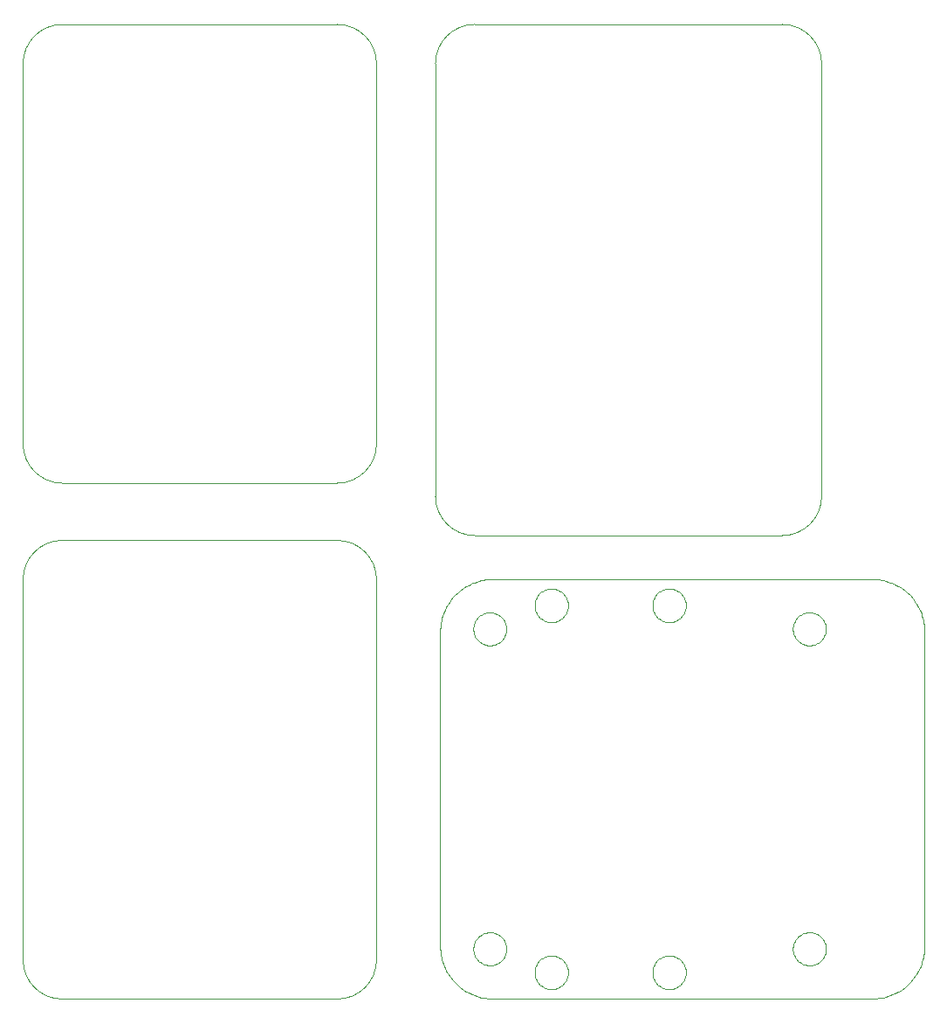
<source format=gbr>
G04 This is an RS-274x file exported by *
G04 gerbv version 2.6.1 *
G04 More information is available about gerbv at *
G04 http://gerbv.geda-project.org/ *
G04 --End of header info--*
%MOIN*%
%FSLAX34Y34*%
%IPPOS*%
G04 --Define apertures--*
%ADD10C,0.0059*%
%ADD11C,0.0039*%
%ADD12C,0.0000*%
G04 --Start main section--*
G54D11*
G01X0000000Y-016000D02*
G01X0000000Y-001500D01*
G01X0012000Y-017500D02*
G01X0001500Y-017500D01*
G01X0013500Y-001500D02*
G01X0013500Y-016000D01*
G01X0001500Y0000000D02*
G01X0012000Y0000000D01*
G01X0013500Y-001500D02*
G75*
G03X0012000Y0000000I-001500J0000000D01*
G01X0001500Y0000000D02*
G75*
G03X0000000Y-001500I0000000J-001500D01*
G01X0000000Y-016000D02*
G75*
G03X0001500Y-017500I0001500J0000000D01*
G01X0012000Y-017500D02*
G75*
G03X0013500Y-016000I0000000J0001500D01*
G01X0000000Y-035685D02*
G01X0000000Y-021185D01*
G01X0012000Y-037185D02*
G01X0001500Y-037185D01*
G01X0013500Y-021185D02*
G01X0013500Y-035685D01*
G01X0001500Y-019685D02*
G01X0012000Y-019685D01*
G01X0013500Y-021185D02*
G75*
G03X0012000Y-019685I-001500J0000000D01*
G01X0001500Y-019685D02*
G75*
G03X0000000Y-021185I0000000J-001500D01*
G01X0000000Y-035685D02*
G75*
G03X0001500Y-037185I0001500J0000000D01*
G01X0012000Y-037185D02*
G75*
G03X0013500Y-035685I0000000J0001500D01*
G01X0015748Y-001500D02*
G01X0015748Y-018000D01*
G01X0028998Y0000000D02*
G01X0017248Y0000000D01*
G01X0030498Y-018000D02*
G01X0030498Y-001500D01*
G01X0017248Y-019500D02*
G01X0028998Y-019500D01*
G01X0015748Y-018000D02*
G75*
G03X0017248Y-019500I0001500J0000000D01*
G01X0028998Y-019500D02*
G75*
G03X0030498Y-018000I0000000J0001500D01*
G01X0030498Y-001500D02*
G75*
G03X0028998Y0000000I-001500J0000000D01*
G01X0017248Y0000000D02*
G75*
G03X0015748Y-001500I0000000J-001500D01*
G01X0015748Y-039370D02*
G54D12*
G01X0017928Y-037166D02*
G01X0032428Y-037166D01*
G01X0032428Y-037166D02*
G01X0032515Y-037164D01*
G01X0032515Y-037164D02*
G01X0032602Y-037158D01*
G01X0032602Y-037158D02*
G01X0032689Y-037149D01*
G01X0032689Y-037149D02*
G01X0032775Y-037136D01*
G01X0032775Y-037136D02*
G01X0032861Y-037119D01*
G01X0032861Y-037119D02*
G01X0032946Y-037098D01*
G01X0032946Y-037098D02*
G01X0033029Y-037073D01*
G01X0033029Y-037073D02*
G01X0033112Y-037045D01*
G01X0033112Y-037045D02*
G01X0033193Y-037014D01*
G01X0033193Y-037014D02*
G01X0033273Y-036979D01*
G01X0033273Y-036979D02*
G01X0033351Y-036940D01*
G01X0033351Y-036940D02*
G01X0033428Y-036898D01*
G01X0033428Y-036898D02*
G01X0033503Y-036853D01*
G01X0033503Y-036853D02*
G01X0033575Y-036804D01*
G01X0033575Y-036804D02*
G01X0033646Y-036753D01*
G01X0033646Y-036753D02*
G01X0033714Y-036698D01*
G01X0033714Y-036698D02*
G01X0033779Y-036641D01*
G01X0033779Y-036641D02*
G01X0033842Y-036580D01*
G01X0033842Y-036580D02*
G01X0033903Y-036517D01*
G01X0033903Y-036517D02*
G01X0033960Y-036452D01*
G01X0033960Y-036452D02*
G01X0034015Y-036384D01*
G01X0034015Y-036384D02*
G01X0034066Y-036313D01*
G01X0034066Y-036313D02*
G01X0034115Y-036241D01*
G01X0034115Y-036241D02*
G01X0034160Y-036166D01*
G01X0034160Y-036166D02*
G01X0034202Y-036089D01*
G01X0034202Y-036089D02*
G01X0034241Y-036011D01*
G01X0034241Y-036011D02*
G01X0034276Y-035931D01*
G01X0034276Y-035931D02*
G01X0034307Y-035850D01*
G01X0034307Y-035850D02*
G01X0034335Y-035767D01*
G01X0034335Y-035767D02*
G01X0034360Y-035684D01*
G01X0034360Y-035684D02*
G01X0034381Y-035599D01*
G01X0034381Y-035599D02*
G01X0034398Y-035513D01*
G01X0034398Y-035513D02*
G01X0034411Y-035427D01*
G01X0034411Y-035427D02*
G01X0034420Y-035340D01*
G01X0034420Y-035340D02*
G01X0034426Y-035253D01*
G01X0034426Y-035253D02*
G01X0034428Y-035166D01*
G01X0034428Y-035166D02*
G01X0034428Y-023166D01*
G01X0034428Y-023166D02*
G01X0034426Y-023079D01*
G01X0034426Y-023079D02*
G01X0034420Y-022992D01*
G01X0034420Y-022992D02*
G01X0034411Y-022905D01*
G01X0034411Y-022905D02*
G01X0034398Y-022819D01*
G01X0034398Y-022819D02*
G01X0034381Y-022733D01*
G01X0034381Y-022733D02*
G01X0034360Y-022648D01*
G01X0034360Y-022648D02*
G01X0034335Y-022565D01*
G01X0034335Y-022565D02*
G01X0034307Y-022482D01*
G01X0034307Y-022482D02*
G01X0034276Y-022401D01*
G01X0034276Y-022401D02*
G01X0034241Y-022321D01*
G01X0034241Y-022321D02*
G01X0034202Y-022243D01*
G01X0034202Y-022243D02*
G01X0034160Y-022166D01*
G01X0034160Y-022166D02*
G01X0034115Y-022091D01*
G01X0034115Y-022091D02*
G01X0034066Y-022019D01*
G01X0034066Y-022019D02*
G01X0034015Y-021948D01*
G01X0034015Y-021948D02*
G01X0033960Y-021880D01*
G01X0033960Y-021880D02*
G01X0033903Y-021815D01*
G01X0033903Y-021815D02*
G01X0033842Y-021752D01*
G01X0033842Y-021752D02*
G01X0033779Y-021691D01*
G01X0033779Y-021691D02*
G01X0033714Y-021634D01*
G01X0033714Y-021634D02*
G01X0033646Y-021579D01*
G01X0033646Y-021579D02*
G01X0033575Y-021528D01*
G01X0033575Y-021528D02*
G01X0033503Y-021479D01*
G01X0033503Y-021479D02*
G01X0033428Y-021434D01*
G01X0033428Y-021434D02*
G01X0033351Y-021392D01*
G01X0033351Y-021392D02*
G01X0033273Y-021353D01*
G01X0033273Y-021353D02*
G01X0033193Y-021318D01*
G01X0033193Y-021318D02*
G01X0033112Y-021287D01*
G01X0033112Y-021287D02*
G01X0033029Y-021259D01*
G01X0033029Y-021259D02*
G01X0032946Y-021234D01*
G01X0032946Y-021234D02*
G01X0032861Y-021213D01*
G01X0032861Y-021213D02*
G01X0032775Y-021196D01*
G01X0032775Y-021196D02*
G01X0032689Y-021183D01*
G01X0032689Y-021183D02*
G01X0032602Y-021174D01*
G01X0032602Y-021174D02*
G01X0032515Y-021168D01*
G01X0032515Y-021168D02*
G01X0032428Y-021166D01*
G01X0032428Y-021166D02*
G01X0017928Y-021166D01*
G01X0017196Y-023064D02*
G01X0017198Y-023014D01*
G01X0017198Y-023014D02*
G01X0017204Y-022964D01*
G01X0017204Y-022964D02*
G01X0017214Y-022915D01*
G01X0017214Y-022915D02*
G01X0017228Y-022867D01*
G01X0017228Y-022867D02*
G01X0017245Y-022820D01*
G01X0017245Y-022820D02*
G01X0017266Y-022775D01*
G01X0017266Y-022775D02*
G01X0017291Y-022731D01*
G01X0017291Y-022731D02*
G01X0017319Y-022690D01*
G01X0017319Y-022690D02*
G01X0017351Y-022651D01*
G01X0017351Y-022651D02*
G01X0017385Y-022614D01*
G01X0017385Y-022614D02*
G01X0017422Y-022580D01*
G01X0017422Y-022580D02*
G01X0017462Y-022550D01*
G01X0017462Y-022550D02*
G01X0017504Y-022523D01*
G01X0017504Y-022523D02*
G01X0017548Y-022499D01*
G01X0017548Y-022499D02*
G01X0017594Y-022478D01*
G01X0017594Y-022478D02*
G01X0017641Y-022462D01*
G01X0017641Y-022462D02*
G01X0017689Y-022449D01*
G01X0017689Y-022449D02*
G01X0017739Y-022440D01*
G01X0017739Y-022440D02*
G01X0017788Y-022435D01*
G01X0017788Y-022435D02*
G01X0017839Y-022434D01*
G01X0017839Y-022434D02*
G01X0017889Y-022437D01*
G01X0017889Y-022437D02*
G01X0017938Y-022444D01*
G01X0017938Y-022444D02*
G01X0017987Y-022455D01*
G01X0017987Y-022455D02*
G01X0018035Y-022470D01*
G01X0018035Y-022470D02*
G01X0018081Y-022488D01*
G01X0018081Y-022488D02*
G01X0018126Y-022510D01*
G01X0018126Y-022510D02*
G01X0018169Y-022536D01*
G01X0018169Y-022536D02*
G01X0018210Y-022565D01*
G01X0018210Y-022565D02*
G01X0018249Y-022597D01*
G01X0018249Y-022597D02*
G01X0018285Y-022632D01*
G01X0018285Y-022632D02*
G01X0018317Y-022670D01*
G01X0018317Y-022670D02*
G01X0018347Y-022710D01*
G01X0018347Y-022710D02*
G01X0018374Y-022753D01*
G01X0018374Y-022753D02*
G01X0018397Y-022797D01*
G01X0018397Y-022797D02*
G01X0018416Y-022843D01*
G01X0018416Y-022843D02*
G01X0018432Y-022891D01*
G01X0018432Y-022891D02*
G01X0018444Y-022940D01*
G01X0018444Y-022940D02*
G01X0018452Y-022989D01*
G01X0018452Y-022989D02*
G01X0018456Y-023039D01*
G01X0018456Y-023039D02*
G01X0018456Y-023089D01*
G01X0018456Y-023089D02*
G01X0018452Y-023139D01*
G01X0018452Y-023139D02*
G01X0018444Y-023188D01*
G01X0018444Y-023188D02*
G01X0018432Y-023237D01*
G01X0018432Y-023237D02*
G01X0018416Y-023285D01*
G01X0018416Y-023285D02*
G01X0018397Y-023331D01*
G01X0018397Y-023331D02*
G01X0018374Y-023375D01*
G01X0018374Y-023375D02*
G01X0018347Y-023418D01*
G01X0018347Y-023418D02*
G01X0018317Y-023458D01*
G01X0018317Y-023458D02*
G01X0018285Y-023496D01*
G01X0018285Y-023496D02*
G01X0018249Y-023531D01*
G01X0018249Y-023531D02*
G01X0018210Y-023563D01*
G01X0018210Y-023563D02*
G01X0018169Y-023592D01*
G01X0018169Y-023592D02*
G01X0018126Y-023618D01*
G01X0018126Y-023618D02*
G01X0018081Y-023640D01*
G01X0018081Y-023640D02*
G01X0018035Y-023658D01*
G01X0018035Y-023658D02*
G01X0017987Y-023673D01*
G01X0017987Y-023673D02*
G01X0017938Y-023684D01*
G01X0017938Y-023684D02*
G01X0017889Y-023691D01*
G01X0017889Y-023691D02*
G01X0017839Y-023694D01*
G01X0017839Y-023694D02*
G01X0017788Y-023693D01*
G01X0017788Y-023693D02*
G01X0017739Y-023688D01*
G01X0017739Y-023688D02*
G01X0017689Y-023679D01*
G01X0017689Y-023679D02*
G01X0017641Y-023666D01*
G01X0017641Y-023666D02*
G01X0017594Y-023650D01*
G01X0017594Y-023650D02*
G01X0017548Y-023629D01*
G01X0017548Y-023629D02*
G01X0017504Y-023605D01*
G01X0017504Y-023605D02*
G01X0017462Y-023578D01*
G01X0017462Y-023578D02*
G01X0017422Y-023548D01*
G01X0017422Y-023548D02*
G01X0017385Y-023514D01*
G01X0017385Y-023514D02*
G01X0017351Y-023477D01*
G01X0017351Y-023477D02*
G01X0017319Y-023438D01*
G01X0017319Y-023438D02*
G01X0017291Y-023397D01*
G01X0017291Y-023397D02*
G01X0017266Y-023353D01*
G01X0017266Y-023353D02*
G01X0017245Y-023308D01*
G01X0017245Y-023308D02*
G01X0017228Y-023261D01*
G01X0017228Y-023261D02*
G01X0017214Y-023213D01*
G01X0017214Y-023213D02*
G01X0017204Y-023164D01*
G01X0017204Y-023164D02*
G01X0017198Y-023114D01*
G01X0017198Y-023114D02*
G01X0017196Y-023064D01*
G01X0015928Y-023166D02*
G01X0015930Y-023079D01*
G01X0015930Y-023079D02*
G01X0015936Y-022992D01*
G01X0015936Y-022992D02*
G01X0015945Y-022905D01*
G01X0015945Y-022905D02*
G01X0015958Y-022819D01*
G01X0015958Y-022819D02*
G01X0015975Y-022733D01*
G01X0015975Y-022733D02*
G01X0015996Y-022648D01*
G01X0015996Y-022648D02*
G01X0016021Y-022565D01*
G01X0016021Y-022565D02*
G01X0016049Y-022482D01*
G01X0016049Y-022482D02*
G01X0016080Y-022401D01*
G01X0016080Y-022401D02*
G01X0016115Y-022321D01*
G01X0016115Y-022321D02*
G01X0016154Y-022243D01*
G01X0016154Y-022243D02*
G01X0016196Y-022166D01*
G01X0016196Y-022166D02*
G01X0016241Y-022091D01*
G01X0016241Y-022091D02*
G01X0016290Y-022019D01*
G01X0016290Y-022019D02*
G01X0016341Y-021948D01*
G01X0016341Y-021948D02*
G01X0016396Y-021880D01*
G01X0016396Y-021880D02*
G01X0016453Y-021815D01*
G01X0016453Y-021815D02*
G01X0016514Y-021752D01*
G01X0016514Y-021752D02*
G01X0016577Y-021691D01*
G01X0016577Y-021691D02*
G01X0016642Y-021634D01*
G01X0016642Y-021634D02*
G01X0016710Y-021579D01*
G01X0016710Y-021579D02*
G01X0016781Y-021528D01*
G01X0016781Y-021528D02*
G01X0016853Y-021479D01*
G01X0016853Y-021479D02*
G01X0016928Y-021434D01*
G01X0016928Y-021434D02*
G01X0017005Y-021392D01*
G01X0017005Y-021392D02*
G01X0017083Y-021353D01*
G01X0017083Y-021353D02*
G01X0017163Y-021318D01*
G01X0017163Y-021318D02*
G01X0017244Y-021287D01*
G01X0017244Y-021287D02*
G01X0017327Y-021259D01*
G01X0017327Y-021259D02*
G01X0017410Y-021234D01*
G01X0017410Y-021234D02*
G01X0017495Y-021213D01*
G01X0017495Y-021213D02*
G01X0017581Y-021196D01*
G01X0017581Y-021196D02*
G01X0017667Y-021183D01*
G01X0017667Y-021183D02*
G01X0017754Y-021174D01*
G01X0017754Y-021174D02*
G01X0017841Y-021168D01*
G01X0017841Y-021168D02*
G01X0017928Y-021166D01*
G01X0019538Y-022166D02*
G01X0019540Y-022116D01*
G01X0019540Y-022116D02*
G01X0019546Y-022066D01*
G01X0019546Y-022066D02*
G01X0019556Y-022017D01*
G01X0019556Y-022017D02*
G01X0019569Y-021968D01*
G01X0019569Y-021968D02*
G01X0019587Y-021921D01*
G01X0019587Y-021921D02*
G01X0019608Y-021875D01*
G01X0019608Y-021875D02*
G01X0019632Y-021832D01*
G01X0019632Y-021832D02*
G01X0019660Y-021790D01*
G01X0019660Y-021790D02*
G01X0019691Y-021750D01*
G01X0019691Y-021750D02*
G01X0019725Y-021713D01*
G01X0019725Y-021713D02*
G01X0019762Y-021679D01*
G01X0019762Y-021679D02*
G01X0019802Y-021648D01*
G01X0019802Y-021648D02*
G01X0019844Y-021620D01*
G01X0019844Y-021620D02*
G01X0019887Y-021596D01*
G01X0019887Y-021596D02*
G01X0019933Y-021575D01*
G01X0019933Y-021575D02*
G01X0019980Y-021557D01*
G01X0019980Y-021557D02*
G01X0020029Y-021544D01*
G01X0020029Y-021544D02*
G01X0020078Y-021534D01*
G01X0020078Y-021534D02*
G01X0020128Y-021528D01*
G01X0020128Y-021528D02*
G01X0020178Y-021526D01*
G01X0020178Y-021526D02*
G01X0020228Y-021528D01*
G01X0020228Y-021528D02*
G01X0020278Y-021534D01*
G01X0020278Y-021534D02*
G01X0020327Y-021544D01*
G01X0020327Y-021544D02*
G01X0020376Y-021557D01*
G01X0020376Y-021557D02*
G01X0020423Y-021575D01*
G01X0020423Y-021575D02*
G01X0020469Y-021596D01*
G01X0020469Y-021596D02*
G01X0020512Y-021620D01*
G01X0020512Y-021620D02*
G01X0020554Y-021648D01*
G01X0020554Y-021648D02*
G01X0020594Y-021679D01*
G01X0020594Y-021679D02*
G01X0020631Y-021713D01*
G01X0020631Y-021713D02*
G01X0020665Y-021750D01*
G01X0020665Y-021750D02*
G01X0020696Y-021790D01*
G01X0020696Y-021790D02*
G01X0020724Y-021832D01*
G01X0020724Y-021832D02*
G01X0020748Y-021875D01*
G01X0020748Y-021875D02*
G01X0020769Y-021921D01*
G01X0020769Y-021921D02*
G01X0020787Y-021968D01*
G01X0020787Y-021968D02*
G01X0020800Y-022017D01*
G01X0020800Y-022017D02*
G01X0020810Y-022066D01*
G01X0020810Y-022066D02*
G01X0020816Y-022116D01*
G01X0020816Y-022116D02*
G01X0020818Y-022166D01*
G01X0020818Y-022166D02*
G01X0020816Y-022216D01*
G01X0020816Y-022216D02*
G01X0020810Y-022266D01*
G01X0020810Y-022266D02*
G01X0020800Y-022315D01*
G01X0020800Y-022315D02*
G01X0020787Y-022364D01*
G01X0020787Y-022364D02*
G01X0020769Y-022411D01*
G01X0020769Y-022411D02*
G01X0020748Y-022457D01*
G01X0020748Y-022457D02*
G01X0020724Y-022500D01*
G01X0020724Y-022500D02*
G01X0020696Y-022542D01*
G01X0020696Y-022542D02*
G01X0020665Y-022582D01*
G01X0020665Y-022582D02*
G01X0020631Y-022619D01*
G01X0020631Y-022619D02*
G01X0020594Y-022653D01*
G01X0020594Y-022653D02*
G01X0020554Y-022684D01*
G01X0020554Y-022684D02*
G01X0020512Y-022712D01*
G01X0020512Y-022712D02*
G01X0020469Y-022736D01*
G01X0020469Y-022736D02*
G01X0020423Y-022757D01*
G01X0020423Y-022757D02*
G01X0020376Y-022775D01*
G01X0020376Y-022775D02*
G01X0020327Y-022788D01*
G01X0020327Y-022788D02*
G01X0020278Y-022798D01*
G01X0020278Y-022798D02*
G01X0020228Y-022804D01*
G01X0020228Y-022804D02*
G01X0020178Y-022806D01*
G01X0020178Y-022806D02*
G01X0020128Y-022804D01*
G01X0020128Y-022804D02*
G01X0020078Y-022798D01*
G01X0020078Y-022798D02*
G01X0020029Y-022788D01*
G01X0020029Y-022788D02*
G01X0019980Y-022775D01*
G01X0019980Y-022775D02*
G01X0019933Y-022757D01*
G01X0019933Y-022757D02*
G01X0019887Y-022736D01*
G01X0019887Y-022736D02*
G01X0019844Y-022712D01*
G01X0019844Y-022712D02*
G01X0019802Y-022684D01*
G01X0019802Y-022684D02*
G01X0019762Y-022653D01*
G01X0019762Y-022653D02*
G01X0019725Y-022619D01*
G01X0019725Y-022619D02*
G01X0019691Y-022582D01*
G01X0019691Y-022582D02*
G01X0019660Y-022542D01*
G01X0019660Y-022542D02*
G01X0019632Y-022500D01*
G01X0019632Y-022500D02*
G01X0019608Y-022457D01*
G01X0019608Y-022457D02*
G01X0019587Y-022411D01*
G01X0019587Y-022411D02*
G01X0019569Y-022364D01*
G01X0019569Y-022364D02*
G01X0019556Y-022315D01*
G01X0019556Y-022315D02*
G01X0019546Y-022266D01*
G01X0019546Y-022266D02*
G01X0019540Y-022216D01*
G01X0019540Y-022216D02*
G01X0019538Y-022166D01*
G01X0015928Y-023166D02*
G01X0015928Y-035166D01*
G01X0017196Y-035269D02*
G01X0017198Y-035219D01*
G01X0017198Y-035219D02*
G01X0017204Y-035169D01*
G01X0017204Y-035169D02*
G01X0017214Y-035120D01*
G01X0017214Y-035120D02*
G01X0017228Y-035072D01*
G01X0017228Y-035072D02*
G01X0017245Y-035025D01*
G01X0017245Y-035025D02*
G01X0017266Y-034980D01*
G01X0017266Y-034980D02*
G01X0017291Y-034936D01*
G01X0017291Y-034936D02*
G01X0017319Y-034895D01*
G01X0017319Y-034895D02*
G01X0017351Y-034856D01*
G01X0017351Y-034856D02*
G01X0017385Y-034819D01*
G01X0017385Y-034819D02*
G01X0017422Y-034785D01*
G01X0017422Y-034785D02*
G01X0017462Y-034755D01*
G01X0017462Y-034755D02*
G01X0017504Y-034728D01*
G01X0017504Y-034728D02*
G01X0017548Y-034704D01*
G01X0017548Y-034704D02*
G01X0017594Y-034683D01*
G01X0017594Y-034683D02*
G01X0017641Y-034667D01*
G01X0017641Y-034667D02*
G01X0017689Y-034654D01*
G01X0017689Y-034654D02*
G01X0017739Y-034645D01*
G01X0017739Y-034645D02*
G01X0017788Y-034640D01*
G01X0017788Y-034640D02*
G01X0017839Y-034639D01*
G01X0017839Y-034639D02*
G01X0017889Y-034642D01*
G01X0017889Y-034642D02*
G01X0017938Y-034649D01*
G01X0017938Y-034649D02*
G01X0017987Y-034660D01*
G01X0017987Y-034660D02*
G01X0018035Y-034675D01*
G01X0018035Y-034675D02*
G01X0018081Y-034693D01*
G01X0018081Y-034693D02*
G01X0018126Y-034715D01*
G01X0018126Y-034715D02*
G01X0018169Y-034741D01*
G01X0018169Y-034741D02*
G01X0018210Y-034770D01*
G01X0018210Y-034770D02*
G01X0018249Y-034802D01*
G01X0018249Y-034802D02*
G01X0018285Y-034837D01*
G01X0018285Y-034837D02*
G01X0018317Y-034875D01*
G01X0018317Y-034875D02*
G01X0018347Y-034915D01*
G01X0018347Y-034915D02*
G01X0018374Y-034958D01*
G01X0018374Y-034958D02*
G01X0018397Y-035002D01*
G01X0018397Y-035002D02*
G01X0018416Y-035048D01*
G01X0018416Y-035048D02*
G01X0018432Y-035096D01*
G01X0018432Y-035096D02*
G01X0018444Y-035145D01*
G01X0018444Y-035145D02*
G01X0018452Y-035194D01*
G01X0018452Y-035194D02*
G01X0018456Y-035244D01*
G01X0018456Y-035244D02*
G01X0018456Y-035294D01*
G01X0018456Y-035294D02*
G01X0018452Y-035344D01*
G01X0018452Y-035344D02*
G01X0018444Y-035393D01*
G01X0018444Y-035393D02*
G01X0018432Y-035442D01*
G01X0018432Y-035442D02*
G01X0018416Y-035490D01*
G01X0018416Y-035490D02*
G01X0018397Y-035536D01*
G01X0018397Y-035536D02*
G01X0018374Y-035580D01*
G01X0018374Y-035580D02*
G01X0018347Y-035623D01*
G01X0018347Y-035623D02*
G01X0018317Y-035663D01*
G01X0018317Y-035663D02*
G01X0018285Y-035701D01*
G01X0018285Y-035701D02*
G01X0018249Y-035736D01*
G01X0018249Y-035736D02*
G01X0018210Y-035768D01*
G01X0018210Y-035768D02*
G01X0018169Y-035797D01*
G01X0018169Y-035797D02*
G01X0018126Y-035823D01*
G01X0018126Y-035823D02*
G01X0018081Y-035845D01*
G01X0018081Y-035845D02*
G01X0018035Y-035863D01*
G01X0018035Y-035863D02*
G01X0017987Y-035878D01*
G01X0017987Y-035878D02*
G01X0017938Y-035889D01*
G01X0017938Y-035889D02*
G01X0017889Y-035896D01*
G01X0017889Y-035896D02*
G01X0017839Y-035899D01*
G01X0017839Y-035899D02*
G01X0017788Y-035898D01*
G01X0017788Y-035898D02*
G01X0017739Y-035893D01*
G01X0017739Y-035893D02*
G01X0017689Y-035884D01*
G01X0017689Y-035884D02*
G01X0017641Y-035871D01*
G01X0017641Y-035871D02*
G01X0017594Y-035855D01*
G01X0017594Y-035855D02*
G01X0017548Y-035834D01*
G01X0017548Y-035834D02*
G01X0017504Y-035810D01*
G01X0017504Y-035810D02*
G01X0017462Y-035783D01*
G01X0017462Y-035783D02*
G01X0017422Y-035753D01*
G01X0017422Y-035753D02*
G01X0017385Y-035719D01*
G01X0017385Y-035719D02*
G01X0017351Y-035682D01*
G01X0017351Y-035682D02*
G01X0017319Y-035643D01*
G01X0017319Y-035643D02*
G01X0017291Y-035602D01*
G01X0017291Y-035602D02*
G01X0017266Y-035558D01*
G01X0017266Y-035558D02*
G01X0017245Y-035513D01*
G01X0017245Y-035513D02*
G01X0017228Y-035466D01*
G01X0017228Y-035466D02*
G01X0017214Y-035418D01*
G01X0017214Y-035418D02*
G01X0017204Y-035369D01*
G01X0017204Y-035369D02*
G01X0017198Y-035319D01*
G01X0017198Y-035319D02*
G01X0017196Y-035269D01*
G01X0015928Y-035166D02*
G01X0015930Y-035253D01*
G01X0015930Y-035253D02*
G01X0015936Y-035340D01*
G01X0015936Y-035340D02*
G01X0015945Y-035427D01*
G01X0015945Y-035427D02*
G01X0015958Y-035513D01*
G01X0015958Y-035513D02*
G01X0015975Y-035599D01*
G01X0015975Y-035599D02*
G01X0015996Y-035684D01*
G01X0015996Y-035684D02*
G01X0016021Y-035767D01*
G01X0016021Y-035767D02*
G01X0016049Y-035850D01*
G01X0016049Y-035850D02*
G01X0016080Y-035931D01*
G01X0016080Y-035931D02*
G01X0016115Y-036011D01*
G01X0016115Y-036011D02*
G01X0016154Y-036089D01*
G01X0016154Y-036089D02*
G01X0016196Y-036166D01*
G01X0016196Y-036166D02*
G01X0016241Y-036241D01*
G01X0016241Y-036241D02*
G01X0016290Y-036313D01*
G01X0016290Y-036313D02*
G01X0016341Y-036384D01*
G01X0016341Y-036384D02*
G01X0016396Y-036452D01*
G01X0016396Y-036452D02*
G01X0016453Y-036517D01*
G01X0016453Y-036517D02*
G01X0016514Y-036580D01*
G01X0016514Y-036580D02*
G01X0016577Y-036641D01*
G01X0016577Y-036641D02*
G01X0016642Y-036698D01*
G01X0016642Y-036698D02*
G01X0016710Y-036753D01*
G01X0016710Y-036753D02*
G01X0016781Y-036804D01*
G01X0016781Y-036804D02*
G01X0016853Y-036853D01*
G01X0016853Y-036853D02*
G01X0016928Y-036898D01*
G01X0016928Y-036898D02*
G01X0017005Y-036940D01*
G01X0017005Y-036940D02*
G01X0017083Y-036979D01*
G01X0017083Y-036979D02*
G01X0017163Y-037014D01*
G01X0017163Y-037014D02*
G01X0017244Y-037045D01*
G01X0017244Y-037045D02*
G01X0017327Y-037073D01*
G01X0017327Y-037073D02*
G01X0017410Y-037098D01*
G01X0017410Y-037098D02*
G01X0017495Y-037119D01*
G01X0017495Y-037119D02*
G01X0017581Y-037136D01*
G01X0017581Y-037136D02*
G01X0017667Y-037149D01*
G01X0017667Y-037149D02*
G01X0017754Y-037158D01*
G01X0017754Y-037158D02*
G01X0017841Y-037164D01*
G01X0017841Y-037164D02*
G01X0017928Y-037166D01*
G01X0019538Y-036166D02*
G01X0019540Y-036116D01*
G01X0019540Y-036116D02*
G01X0019546Y-036066D01*
G01X0019546Y-036066D02*
G01X0019556Y-036017D01*
G01X0019556Y-036017D02*
G01X0019569Y-035968D01*
G01X0019569Y-035968D02*
G01X0019587Y-035921D01*
G01X0019587Y-035921D02*
G01X0019608Y-035875D01*
G01X0019608Y-035875D02*
G01X0019632Y-035832D01*
G01X0019632Y-035832D02*
G01X0019660Y-035790D01*
G01X0019660Y-035790D02*
G01X0019691Y-035750D01*
G01X0019691Y-035750D02*
G01X0019725Y-035713D01*
G01X0019725Y-035713D02*
G01X0019762Y-035679D01*
G01X0019762Y-035679D02*
G01X0019802Y-035648D01*
G01X0019802Y-035648D02*
G01X0019844Y-035620D01*
G01X0019844Y-035620D02*
G01X0019887Y-035596D01*
G01X0019887Y-035596D02*
G01X0019933Y-035575D01*
G01X0019933Y-035575D02*
G01X0019980Y-035557D01*
G01X0019980Y-035557D02*
G01X0020029Y-035544D01*
G01X0020029Y-035544D02*
G01X0020078Y-035534D01*
G01X0020078Y-035534D02*
G01X0020128Y-035528D01*
G01X0020128Y-035528D02*
G01X0020178Y-035526D01*
G01X0020178Y-035526D02*
G01X0020228Y-035528D01*
G01X0020228Y-035528D02*
G01X0020278Y-035534D01*
G01X0020278Y-035534D02*
G01X0020327Y-035544D01*
G01X0020327Y-035544D02*
G01X0020376Y-035557D01*
G01X0020376Y-035557D02*
G01X0020423Y-035575D01*
G01X0020423Y-035575D02*
G01X0020469Y-035596D01*
G01X0020469Y-035596D02*
G01X0020512Y-035620D01*
G01X0020512Y-035620D02*
G01X0020554Y-035648D01*
G01X0020554Y-035648D02*
G01X0020594Y-035679D01*
G01X0020594Y-035679D02*
G01X0020631Y-035713D01*
G01X0020631Y-035713D02*
G01X0020665Y-035750D01*
G01X0020665Y-035750D02*
G01X0020696Y-035790D01*
G01X0020696Y-035790D02*
G01X0020724Y-035832D01*
G01X0020724Y-035832D02*
G01X0020748Y-035875D01*
G01X0020748Y-035875D02*
G01X0020769Y-035921D01*
G01X0020769Y-035921D02*
G01X0020787Y-035968D01*
G01X0020787Y-035968D02*
G01X0020800Y-036017D01*
G01X0020800Y-036017D02*
G01X0020810Y-036066D01*
G01X0020810Y-036066D02*
G01X0020816Y-036116D01*
G01X0020816Y-036116D02*
G01X0020818Y-036166D01*
G01X0020818Y-036166D02*
G01X0020816Y-036216D01*
G01X0020816Y-036216D02*
G01X0020810Y-036266D01*
G01X0020810Y-036266D02*
G01X0020800Y-036315D01*
G01X0020800Y-036315D02*
G01X0020787Y-036364D01*
G01X0020787Y-036364D02*
G01X0020769Y-036411D01*
G01X0020769Y-036411D02*
G01X0020748Y-036457D01*
G01X0020748Y-036457D02*
G01X0020724Y-036500D01*
G01X0020724Y-036500D02*
G01X0020696Y-036542D01*
G01X0020696Y-036542D02*
G01X0020665Y-036582D01*
G01X0020665Y-036582D02*
G01X0020631Y-036619D01*
G01X0020631Y-036619D02*
G01X0020594Y-036653D01*
G01X0020594Y-036653D02*
G01X0020554Y-036684D01*
G01X0020554Y-036684D02*
G01X0020512Y-036712D01*
G01X0020512Y-036712D02*
G01X0020469Y-036736D01*
G01X0020469Y-036736D02*
G01X0020423Y-036757D01*
G01X0020423Y-036757D02*
G01X0020376Y-036775D01*
G01X0020376Y-036775D02*
G01X0020327Y-036788D01*
G01X0020327Y-036788D02*
G01X0020278Y-036798D01*
G01X0020278Y-036798D02*
G01X0020228Y-036804D01*
G01X0020228Y-036804D02*
G01X0020178Y-036806D01*
G01X0020178Y-036806D02*
G01X0020128Y-036804D01*
G01X0020128Y-036804D02*
G01X0020078Y-036798D01*
G01X0020078Y-036798D02*
G01X0020029Y-036788D01*
G01X0020029Y-036788D02*
G01X0019980Y-036775D01*
G01X0019980Y-036775D02*
G01X0019933Y-036757D01*
G01X0019933Y-036757D02*
G01X0019887Y-036736D01*
G01X0019887Y-036736D02*
G01X0019844Y-036712D01*
G01X0019844Y-036712D02*
G01X0019802Y-036684D01*
G01X0019802Y-036684D02*
G01X0019762Y-036653D01*
G01X0019762Y-036653D02*
G01X0019725Y-036619D01*
G01X0019725Y-036619D02*
G01X0019691Y-036582D01*
G01X0019691Y-036582D02*
G01X0019660Y-036542D01*
G01X0019660Y-036542D02*
G01X0019632Y-036500D01*
G01X0019632Y-036500D02*
G01X0019608Y-036457D01*
G01X0019608Y-036457D02*
G01X0019587Y-036411D01*
G01X0019587Y-036411D02*
G01X0019569Y-036364D01*
G01X0019569Y-036364D02*
G01X0019556Y-036315D01*
G01X0019556Y-036315D02*
G01X0019546Y-036266D01*
G01X0019546Y-036266D02*
G01X0019540Y-036216D01*
G01X0019540Y-036216D02*
G01X0019538Y-036166D01*
G01X0024038Y-036166D02*
G01X0024040Y-036116D01*
G01X0024040Y-036116D02*
G01X0024046Y-036066D01*
G01X0024046Y-036066D02*
G01X0024056Y-036017D01*
G01X0024056Y-036017D02*
G01X0024069Y-035968D01*
G01X0024069Y-035968D02*
G01X0024087Y-035921D01*
G01X0024087Y-035921D02*
G01X0024108Y-035875D01*
G01X0024108Y-035875D02*
G01X0024132Y-035832D01*
G01X0024132Y-035832D02*
G01X0024160Y-035790D01*
G01X0024160Y-035790D02*
G01X0024191Y-035750D01*
G01X0024191Y-035750D02*
G01X0024225Y-035713D01*
G01X0024225Y-035713D02*
G01X0024262Y-035679D01*
G01X0024262Y-035679D02*
G01X0024302Y-035648D01*
G01X0024302Y-035648D02*
G01X0024344Y-035620D01*
G01X0024344Y-035620D02*
G01X0024387Y-035596D01*
G01X0024387Y-035596D02*
G01X0024433Y-035575D01*
G01X0024433Y-035575D02*
G01X0024480Y-035557D01*
G01X0024480Y-035557D02*
G01X0024529Y-035544D01*
G01X0024529Y-035544D02*
G01X0024578Y-035534D01*
G01X0024578Y-035534D02*
G01X0024628Y-035528D01*
G01X0024628Y-035528D02*
G01X0024678Y-035526D01*
G01X0024678Y-035526D02*
G01X0024728Y-035528D01*
G01X0024728Y-035528D02*
G01X0024778Y-035534D01*
G01X0024778Y-035534D02*
G01X0024827Y-035544D01*
G01X0024827Y-035544D02*
G01X0024876Y-035557D01*
G01X0024876Y-035557D02*
G01X0024923Y-035575D01*
G01X0024923Y-035575D02*
G01X0024969Y-035596D01*
G01X0024969Y-035596D02*
G01X0025012Y-035620D01*
G01X0025012Y-035620D02*
G01X0025054Y-035648D01*
G01X0025054Y-035648D02*
G01X0025094Y-035679D01*
G01X0025094Y-035679D02*
G01X0025131Y-035713D01*
G01X0025131Y-035713D02*
G01X0025165Y-035750D01*
G01X0025165Y-035750D02*
G01X0025196Y-035790D01*
G01X0025196Y-035790D02*
G01X0025224Y-035832D01*
G01X0025224Y-035832D02*
G01X0025248Y-035875D01*
G01X0025248Y-035875D02*
G01X0025269Y-035921D01*
G01X0025269Y-035921D02*
G01X0025287Y-035968D01*
G01X0025287Y-035968D02*
G01X0025300Y-036017D01*
G01X0025300Y-036017D02*
G01X0025310Y-036066D01*
G01X0025310Y-036066D02*
G01X0025316Y-036116D01*
G01X0025316Y-036116D02*
G01X0025318Y-036166D01*
G01X0025318Y-036166D02*
G01X0025316Y-036216D01*
G01X0025316Y-036216D02*
G01X0025310Y-036266D01*
G01X0025310Y-036266D02*
G01X0025300Y-036315D01*
G01X0025300Y-036315D02*
G01X0025287Y-036364D01*
G01X0025287Y-036364D02*
G01X0025269Y-036411D01*
G01X0025269Y-036411D02*
G01X0025248Y-036457D01*
G01X0025248Y-036457D02*
G01X0025224Y-036500D01*
G01X0025224Y-036500D02*
G01X0025196Y-036542D01*
G01X0025196Y-036542D02*
G01X0025165Y-036582D01*
G01X0025165Y-036582D02*
G01X0025131Y-036619D01*
G01X0025131Y-036619D02*
G01X0025094Y-036653D01*
G01X0025094Y-036653D02*
G01X0025054Y-036684D01*
G01X0025054Y-036684D02*
G01X0025012Y-036712D01*
G01X0025012Y-036712D02*
G01X0024969Y-036736D01*
G01X0024969Y-036736D02*
G01X0024923Y-036757D01*
G01X0024923Y-036757D02*
G01X0024876Y-036775D01*
G01X0024876Y-036775D02*
G01X0024827Y-036788D01*
G01X0024827Y-036788D02*
G01X0024778Y-036798D01*
G01X0024778Y-036798D02*
G01X0024728Y-036804D01*
G01X0024728Y-036804D02*
G01X0024678Y-036806D01*
G01X0024678Y-036806D02*
G01X0024628Y-036804D01*
G01X0024628Y-036804D02*
G01X0024578Y-036798D01*
G01X0024578Y-036798D02*
G01X0024529Y-036788D01*
G01X0024529Y-036788D02*
G01X0024480Y-036775D01*
G01X0024480Y-036775D02*
G01X0024433Y-036757D01*
G01X0024433Y-036757D02*
G01X0024387Y-036736D01*
G01X0024387Y-036736D02*
G01X0024344Y-036712D01*
G01X0024344Y-036712D02*
G01X0024302Y-036684D01*
G01X0024302Y-036684D02*
G01X0024262Y-036653D01*
G01X0024262Y-036653D02*
G01X0024225Y-036619D01*
G01X0024225Y-036619D02*
G01X0024191Y-036582D01*
G01X0024191Y-036582D02*
G01X0024160Y-036542D01*
G01X0024160Y-036542D02*
G01X0024132Y-036500D01*
G01X0024132Y-036500D02*
G01X0024108Y-036457D01*
G01X0024108Y-036457D02*
G01X0024087Y-036411D01*
G01X0024087Y-036411D02*
G01X0024069Y-036364D01*
G01X0024069Y-036364D02*
G01X0024056Y-036315D01*
G01X0024056Y-036315D02*
G01X0024046Y-036266D01*
G01X0024046Y-036266D02*
G01X0024040Y-036216D01*
G01X0024040Y-036216D02*
G01X0024038Y-036166D01*
G01X0029400Y-035269D02*
G01X0029402Y-035219D01*
G01X0029402Y-035219D02*
G01X0029408Y-035169D01*
G01X0029408Y-035169D02*
G01X0029418Y-035120D01*
G01X0029418Y-035120D02*
G01X0029432Y-035072D01*
G01X0029432Y-035072D02*
G01X0029449Y-035025D01*
G01X0029449Y-035025D02*
G01X0029470Y-034980D01*
G01X0029470Y-034980D02*
G01X0029495Y-034936D01*
G01X0029495Y-034936D02*
G01X0029523Y-034895D01*
G01X0029523Y-034895D02*
G01X0029555Y-034856D01*
G01X0029555Y-034856D02*
G01X0029589Y-034819D01*
G01X0029589Y-034819D02*
G01X0029626Y-034785D01*
G01X0029626Y-034785D02*
G01X0029666Y-034755D01*
G01X0029666Y-034755D02*
G01X0029708Y-034728D01*
G01X0029708Y-034728D02*
G01X0029752Y-034704D01*
G01X0029752Y-034704D02*
G01X0029798Y-034683D01*
G01X0029798Y-034683D02*
G01X0029845Y-034667D01*
G01X0029845Y-034667D02*
G01X0029893Y-034654D01*
G01X0029893Y-034654D02*
G01X0029943Y-034645D01*
G01X0029943Y-034645D02*
G01X0029992Y-034640D01*
G01X0029992Y-034640D02*
G01X0030043Y-034639D01*
G01X0030043Y-034639D02*
G01X0030093Y-034642D01*
G01X0030093Y-034642D02*
G01X0030142Y-034649D01*
G01X0030142Y-034649D02*
G01X0030191Y-034660D01*
G01X0030191Y-034660D02*
G01X0030239Y-034675D01*
G01X0030239Y-034675D02*
G01X0030285Y-034693D01*
G01X0030285Y-034693D02*
G01X0030330Y-034715D01*
G01X0030330Y-034715D02*
G01X0030373Y-034741D01*
G01X0030373Y-034741D02*
G01X0030414Y-034770D01*
G01X0030414Y-034770D02*
G01X0030453Y-034802D01*
G01X0030453Y-034802D02*
G01X0030489Y-034837D01*
G01X0030489Y-034837D02*
G01X0030521Y-034875D01*
G01X0030521Y-034875D02*
G01X0030551Y-034915D01*
G01X0030551Y-034915D02*
G01X0030578Y-034958D01*
G01X0030578Y-034958D02*
G01X0030601Y-035002D01*
G01X0030601Y-035002D02*
G01X0030620Y-035048D01*
G01X0030620Y-035048D02*
G01X0030636Y-035096D01*
G01X0030636Y-035096D02*
G01X0030648Y-035145D01*
G01X0030648Y-035145D02*
G01X0030656Y-035194D01*
G01X0030656Y-035194D02*
G01X0030660Y-035244D01*
G01X0030660Y-035244D02*
G01X0030660Y-035294D01*
G01X0030660Y-035294D02*
G01X0030656Y-035344D01*
G01X0030656Y-035344D02*
G01X0030648Y-035393D01*
G01X0030648Y-035393D02*
G01X0030636Y-035442D01*
G01X0030636Y-035442D02*
G01X0030620Y-035490D01*
G01X0030620Y-035490D02*
G01X0030601Y-035536D01*
G01X0030601Y-035536D02*
G01X0030578Y-035580D01*
G01X0030578Y-035580D02*
G01X0030551Y-035623D01*
G01X0030551Y-035623D02*
G01X0030521Y-035663D01*
G01X0030521Y-035663D02*
G01X0030489Y-035701D01*
G01X0030489Y-035701D02*
G01X0030453Y-035736D01*
G01X0030453Y-035736D02*
G01X0030414Y-035768D01*
G01X0030414Y-035768D02*
G01X0030373Y-035797D01*
G01X0030373Y-035797D02*
G01X0030330Y-035823D01*
G01X0030330Y-035823D02*
G01X0030285Y-035845D01*
G01X0030285Y-035845D02*
G01X0030239Y-035863D01*
G01X0030239Y-035863D02*
G01X0030191Y-035878D01*
G01X0030191Y-035878D02*
G01X0030142Y-035889D01*
G01X0030142Y-035889D02*
G01X0030093Y-035896D01*
G01X0030093Y-035896D02*
G01X0030043Y-035899D01*
G01X0030043Y-035899D02*
G01X0029992Y-035898D01*
G01X0029992Y-035898D02*
G01X0029943Y-035893D01*
G01X0029943Y-035893D02*
G01X0029893Y-035884D01*
G01X0029893Y-035884D02*
G01X0029845Y-035871D01*
G01X0029845Y-035871D02*
G01X0029798Y-035855D01*
G01X0029798Y-035855D02*
G01X0029752Y-035834D01*
G01X0029752Y-035834D02*
G01X0029708Y-035810D01*
G01X0029708Y-035810D02*
G01X0029666Y-035783D01*
G01X0029666Y-035783D02*
G01X0029626Y-035753D01*
G01X0029626Y-035753D02*
G01X0029589Y-035719D01*
G01X0029589Y-035719D02*
G01X0029555Y-035682D01*
G01X0029555Y-035682D02*
G01X0029523Y-035643D01*
G01X0029523Y-035643D02*
G01X0029495Y-035602D01*
G01X0029495Y-035602D02*
G01X0029470Y-035558D01*
G01X0029470Y-035558D02*
G01X0029449Y-035513D01*
G01X0029449Y-035513D02*
G01X0029432Y-035466D01*
G01X0029432Y-035466D02*
G01X0029418Y-035418D01*
G01X0029418Y-035418D02*
G01X0029408Y-035369D01*
G01X0029408Y-035369D02*
G01X0029402Y-035319D01*
G01X0029402Y-035319D02*
G01X0029400Y-035269D01*
G01X0029400Y-023064D02*
G01X0029402Y-023014D01*
G01X0029402Y-023014D02*
G01X0029408Y-022964D01*
G01X0029408Y-022964D02*
G01X0029418Y-022915D01*
G01X0029418Y-022915D02*
G01X0029432Y-022867D01*
G01X0029432Y-022867D02*
G01X0029449Y-022820D01*
G01X0029449Y-022820D02*
G01X0029470Y-022775D01*
G01X0029470Y-022775D02*
G01X0029495Y-022731D01*
G01X0029495Y-022731D02*
G01X0029523Y-022690D01*
G01X0029523Y-022690D02*
G01X0029555Y-022651D01*
G01X0029555Y-022651D02*
G01X0029589Y-022614D01*
G01X0029589Y-022614D02*
G01X0029626Y-022580D01*
G01X0029626Y-022580D02*
G01X0029666Y-022550D01*
G01X0029666Y-022550D02*
G01X0029708Y-022523D01*
G01X0029708Y-022523D02*
G01X0029752Y-022499D01*
G01X0029752Y-022499D02*
G01X0029798Y-022478D01*
G01X0029798Y-022478D02*
G01X0029845Y-022462D01*
G01X0029845Y-022462D02*
G01X0029893Y-022449D01*
G01X0029893Y-022449D02*
G01X0029943Y-022440D01*
G01X0029943Y-022440D02*
G01X0029992Y-022435D01*
G01X0029992Y-022435D02*
G01X0030043Y-022434D01*
G01X0030043Y-022434D02*
G01X0030093Y-022437D01*
G01X0030093Y-022437D02*
G01X0030142Y-022444D01*
G01X0030142Y-022444D02*
G01X0030191Y-022455D01*
G01X0030191Y-022455D02*
G01X0030239Y-022470D01*
G01X0030239Y-022470D02*
G01X0030285Y-022488D01*
G01X0030285Y-022488D02*
G01X0030330Y-022510D01*
G01X0030330Y-022510D02*
G01X0030373Y-022536D01*
G01X0030373Y-022536D02*
G01X0030414Y-022565D01*
G01X0030414Y-022565D02*
G01X0030453Y-022597D01*
G01X0030453Y-022597D02*
G01X0030489Y-022632D01*
G01X0030489Y-022632D02*
G01X0030521Y-022670D01*
G01X0030521Y-022670D02*
G01X0030551Y-022710D01*
G01X0030551Y-022710D02*
G01X0030578Y-022753D01*
G01X0030578Y-022753D02*
G01X0030601Y-022797D01*
G01X0030601Y-022797D02*
G01X0030620Y-022843D01*
G01X0030620Y-022843D02*
G01X0030636Y-022891D01*
G01X0030636Y-022891D02*
G01X0030648Y-022940D01*
G01X0030648Y-022940D02*
G01X0030656Y-022989D01*
G01X0030656Y-022989D02*
G01X0030660Y-023039D01*
G01X0030660Y-023039D02*
G01X0030660Y-023089D01*
G01X0030660Y-023089D02*
G01X0030656Y-023139D01*
G01X0030656Y-023139D02*
G01X0030648Y-023188D01*
G01X0030648Y-023188D02*
G01X0030636Y-023237D01*
G01X0030636Y-023237D02*
G01X0030620Y-023285D01*
G01X0030620Y-023285D02*
G01X0030601Y-023331D01*
G01X0030601Y-023331D02*
G01X0030578Y-023375D01*
G01X0030578Y-023375D02*
G01X0030551Y-023418D01*
G01X0030551Y-023418D02*
G01X0030521Y-023458D01*
G01X0030521Y-023458D02*
G01X0030489Y-023496D01*
G01X0030489Y-023496D02*
G01X0030453Y-023531D01*
G01X0030453Y-023531D02*
G01X0030414Y-023563D01*
G01X0030414Y-023563D02*
G01X0030373Y-023592D01*
G01X0030373Y-023592D02*
G01X0030330Y-023618D01*
G01X0030330Y-023618D02*
G01X0030285Y-023640D01*
G01X0030285Y-023640D02*
G01X0030239Y-023658D01*
G01X0030239Y-023658D02*
G01X0030191Y-023673D01*
G01X0030191Y-023673D02*
G01X0030142Y-023684D01*
G01X0030142Y-023684D02*
G01X0030093Y-023691D01*
G01X0030093Y-023691D02*
G01X0030043Y-023694D01*
G01X0030043Y-023694D02*
G01X0029992Y-023693D01*
G01X0029992Y-023693D02*
G01X0029943Y-023688D01*
G01X0029943Y-023688D02*
G01X0029893Y-023679D01*
G01X0029893Y-023679D02*
G01X0029845Y-023666D01*
G01X0029845Y-023666D02*
G01X0029798Y-023650D01*
G01X0029798Y-023650D02*
G01X0029752Y-023629D01*
G01X0029752Y-023629D02*
G01X0029708Y-023605D01*
G01X0029708Y-023605D02*
G01X0029666Y-023578D01*
G01X0029666Y-023578D02*
G01X0029626Y-023548D01*
G01X0029626Y-023548D02*
G01X0029589Y-023514D01*
G01X0029589Y-023514D02*
G01X0029555Y-023477D01*
G01X0029555Y-023477D02*
G01X0029523Y-023438D01*
G01X0029523Y-023438D02*
G01X0029495Y-023397D01*
G01X0029495Y-023397D02*
G01X0029470Y-023353D01*
G01X0029470Y-023353D02*
G01X0029449Y-023308D01*
G01X0029449Y-023308D02*
G01X0029432Y-023261D01*
G01X0029432Y-023261D02*
G01X0029418Y-023213D01*
G01X0029418Y-023213D02*
G01X0029408Y-023164D01*
G01X0029408Y-023164D02*
G01X0029402Y-023114D01*
G01X0029402Y-023114D02*
G01X0029400Y-023064D01*
G01X0024038Y-022166D02*
G01X0024040Y-022116D01*
G01X0024040Y-022116D02*
G01X0024046Y-022066D01*
G01X0024046Y-022066D02*
G01X0024056Y-022017D01*
G01X0024056Y-022017D02*
G01X0024069Y-021968D01*
G01X0024069Y-021968D02*
G01X0024087Y-021921D01*
G01X0024087Y-021921D02*
G01X0024108Y-021875D01*
G01X0024108Y-021875D02*
G01X0024132Y-021832D01*
G01X0024132Y-021832D02*
G01X0024160Y-021790D01*
G01X0024160Y-021790D02*
G01X0024191Y-021750D01*
G01X0024191Y-021750D02*
G01X0024225Y-021713D01*
G01X0024225Y-021713D02*
G01X0024262Y-021679D01*
G01X0024262Y-021679D02*
G01X0024302Y-021648D01*
G01X0024302Y-021648D02*
G01X0024344Y-021620D01*
G01X0024344Y-021620D02*
G01X0024387Y-021596D01*
G01X0024387Y-021596D02*
G01X0024433Y-021575D01*
G01X0024433Y-021575D02*
G01X0024480Y-021557D01*
G01X0024480Y-021557D02*
G01X0024529Y-021544D01*
G01X0024529Y-021544D02*
G01X0024578Y-021534D01*
G01X0024578Y-021534D02*
G01X0024628Y-021528D01*
G01X0024628Y-021528D02*
G01X0024678Y-021526D01*
G01X0024678Y-021526D02*
G01X0024728Y-021528D01*
G01X0024728Y-021528D02*
G01X0024778Y-021534D01*
G01X0024778Y-021534D02*
G01X0024827Y-021544D01*
G01X0024827Y-021544D02*
G01X0024876Y-021557D01*
G01X0024876Y-021557D02*
G01X0024923Y-021575D01*
G01X0024923Y-021575D02*
G01X0024969Y-021596D01*
G01X0024969Y-021596D02*
G01X0025012Y-021620D01*
G01X0025012Y-021620D02*
G01X0025054Y-021648D01*
G01X0025054Y-021648D02*
G01X0025094Y-021679D01*
G01X0025094Y-021679D02*
G01X0025131Y-021713D01*
G01X0025131Y-021713D02*
G01X0025165Y-021750D01*
G01X0025165Y-021750D02*
G01X0025196Y-021790D01*
G01X0025196Y-021790D02*
G01X0025224Y-021832D01*
G01X0025224Y-021832D02*
G01X0025248Y-021875D01*
G01X0025248Y-021875D02*
G01X0025269Y-021921D01*
G01X0025269Y-021921D02*
G01X0025287Y-021968D01*
G01X0025287Y-021968D02*
G01X0025300Y-022017D01*
G01X0025300Y-022017D02*
G01X0025310Y-022066D01*
G01X0025310Y-022066D02*
G01X0025316Y-022116D01*
G01X0025316Y-022116D02*
G01X0025318Y-022166D01*
G01X0025318Y-022166D02*
G01X0025316Y-022216D01*
G01X0025316Y-022216D02*
G01X0025310Y-022266D01*
G01X0025310Y-022266D02*
G01X0025300Y-022315D01*
G01X0025300Y-022315D02*
G01X0025287Y-022364D01*
G01X0025287Y-022364D02*
G01X0025269Y-022411D01*
G01X0025269Y-022411D02*
G01X0025248Y-022457D01*
G01X0025248Y-022457D02*
G01X0025224Y-022500D01*
G01X0025224Y-022500D02*
G01X0025196Y-022542D01*
G01X0025196Y-022542D02*
G01X0025165Y-022582D01*
G01X0025165Y-022582D02*
G01X0025131Y-022619D01*
G01X0025131Y-022619D02*
G01X0025094Y-022653D01*
G01X0025094Y-022653D02*
G01X0025054Y-022684D01*
G01X0025054Y-022684D02*
G01X0025012Y-022712D01*
G01X0025012Y-022712D02*
G01X0024969Y-022736D01*
G01X0024969Y-022736D02*
G01X0024923Y-022757D01*
G01X0024923Y-022757D02*
G01X0024876Y-022775D01*
G01X0024876Y-022775D02*
G01X0024827Y-022788D01*
G01X0024827Y-022788D02*
G01X0024778Y-022798D01*
G01X0024778Y-022798D02*
G01X0024728Y-022804D01*
G01X0024728Y-022804D02*
G01X0024678Y-022806D01*
G01X0024678Y-022806D02*
G01X0024628Y-022804D01*
G01X0024628Y-022804D02*
G01X0024578Y-022798D01*
G01X0024578Y-022798D02*
G01X0024529Y-022788D01*
G01X0024529Y-022788D02*
G01X0024480Y-022775D01*
G01X0024480Y-022775D02*
G01X0024433Y-022757D01*
G01X0024433Y-022757D02*
G01X0024387Y-022736D01*
G01X0024387Y-022736D02*
G01X0024344Y-022712D01*
G01X0024344Y-022712D02*
G01X0024302Y-022684D01*
G01X0024302Y-022684D02*
G01X0024262Y-022653D01*
G01X0024262Y-022653D02*
G01X0024225Y-022619D01*
G01X0024225Y-022619D02*
G01X0024191Y-022582D01*
G01X0024191Y-022582D02*
G01X0024160Y-022542D01*
G01X0024160Y-022542D02*
G01X0024132Y-022500D01*
G01X0024132Y-022500D02*
G01X0024108Y-022457D01*
G01X0024108Y-022457D02*
G01X0024087Y-022411D01*
G01X0024087Y-022411D02*
G01X0024069Y-022364D01*
G01X0024069Y-022364D02*
G01X0024056Y-022315D01*
G01X0024056Y-022315D02*
G01X0024046Y-022266D01*
G01X0024046Y-022266D02*
G01X0024040Y-022216D01*
G01X0024040Y-022216D02*
G01X0024038Y-022166D01*
M02*

</source>
